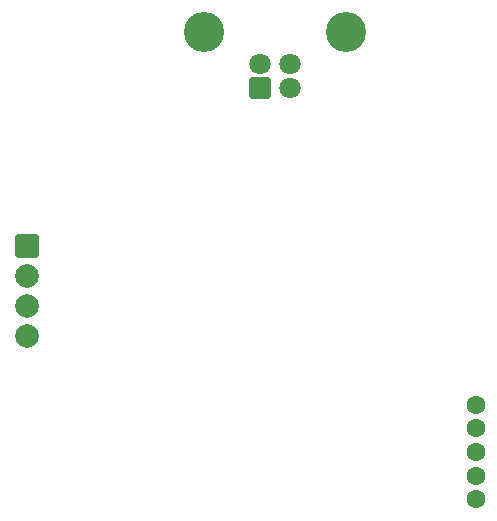
<source format=gbs>
G04*
G04 #@! TF.GenerationSoftware,Altium Limited,Altium Designer,22.3.1 (43)*
G04*
G04 Layer_Color=16711935*
%FSLAX42Y42*%
%MOMM*%
G71*
G04*
G04 #@! TF.SameCoordinates,DE2D453C-2018-43DC-BA3E-C0A36525B8C9*
G04*
G04*
G04 #@! TF.FilePolarity,Negative*
G04*
G01*
G75*
%ADD31C,2.00*%
G04:AMPARAMS|DCode=32|XSize=2mm|YSize=2mm|CornerRadius=0.19mm|HoleSize=0mm|Usage=FLASHONLY|Rotation=270.000|XOffset=0mm|YOffset=0mm|HoleType=Round|Shape=RoundedRectangle|*
%AMROUNDEDRECTD32*
21,1,2.00,1.62,0,0,270.0*
21,1,1.62,2.00,0,0,270.0*
1,1,0.38,-0.81,-0.81*
1,1,0.38,-0.81,0.81*
1,1,0.38,0.81,0.81*
1,1,0.38,0.81,-0.81*
%
%ADD32ROUNDEDRECTD32*%
G04:AMPARAMS|DCode=33|XSize=1.8mm|YSize=1.8mm|CornerRadius=0.18mm|HoleSize=0mm|Usage=FLASHONLY|Rotation=180.000|XOffset=0mm|YOffset=0mm|HoleType=Round|Shape=RoundedRectangle|*
%AMROUNDEDRECTD33*
21,1,1.80,1.44,0,0,180.0*
21,1,1.44,1.80,0,0,180.0*
1,1,0.36,-0.72,0.72*
1,1,0.36,0.72,0.72*
1,1,0.36,0.72,-0.72*
1,1,0.36,-0.72,-0.72*
%
%ADD33ROUNDEDRECTD33*%
%ADD34C,3.40*%
%ADD35C,1.80*%
%ADD36C,1.60*%
D31*
X200Y3482D02*
D03*
Y3736D02*
D03*
Y3990D02*
D03*
D32*
Y4244D02*
D03*
D33*
X2175Y5585D02*
D03*
D34*
X1698Y6056D02*
D03*
X2902D02*
D03*
D35*
X2425Y5585D02*
D03*
X2175Y5785D02*
D03*
X2425D02*
D03*
D36*
X4000Y2500D02*
D03*
Y2100D02*
D03*
Y2700D02*
D03*
Y2900D02*
D03*
Y2300D02*
D03*
M02*

</source>
